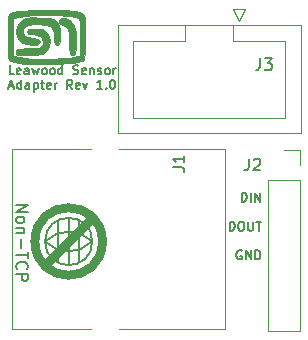
<source format=gbr>
%TF.GenerationSoftware,KiCad,Pcbnew,8.0.1*%
%TF.CreationDate,2024-05-12T19:39:20+02:00*%
%TF.ProjectId,lsx-1,6c73782d-312e-46b6-9963-61645f706362,1.0*%
%TF.SameCoordinates,Original*%
%TF.FileFunction,Legend,Top*%
%TF.FilePolarity,Positive*%
%FSLAX46Y46*%
G04 Gerber Fmt 4.6, Leading zero omitted, Abs format (unit mm)*
G04 Created by KiCad (PCBNEW 8.0.1) date 2024-05-12 19:39:20*
%MOMM*%
%LPD*%
G01*
G04 APERTURE LIST*
%ADD10C,0.127000*%
%ADD11C,0.150000*%
%ADD12C,0.120000*%
%ADD13C,0.100000*%
%ADD14C,0.750000*%
G04 APERTURE END LIST*
D10*
X96218733Y-64792233D02*
X96218733Y-64030233D01*
X96218733Y-64030233D02*
X96400162Y-64030233D01*
X96400162Y-64030233D02*
X96509019Y-64066519D01*
X96509019Y-64066519D02*
X96581590Y-64139090D01*
X96581590Y-64139090D02*
X96617876Y-64211662D01*
X96617876Y-64211662D02*
X96654162Y-64356805D01*
X96654162Y-64356805D02*
X96654162Y-64465662D01*
X96654162Y-64465662D02*
X96617876Y-64610805D01*
X96617876Y-64610805D02*
X96581590Y-64683376D01*
X96581590Y-64683376D02*
X96509019Y-64755948D01*
X96509019Y-64755948D02*
X96400162Y-64792233D01*
X96400162Y-64792233D02*
X96218733Y-64792233D01*
X96980733Y-64792233D02*
X96980733Y-64030233D01*
X97343590Y-64792233D02*
X97343590Y-64030233D01*
X97343590Y-64030233D02*
X97779019Y-64792233D01*
X97779019Y-64792233D02*
X97779019Y-64030233D01*
X95202733Y-67245787D02*
X95202733Y-66483787D01*
X95202733Y-66483787D02*
X95384162Y-66483787D01*
X95384162Y-66483787D02*
X95493019Y-66520073D01*
X95493019Y-66520073D02*
X95565590Y-66592644D01*
X95565590Y-66592644D02*
X95601876Y-66665216D01*
X95601876Y-66665216D02*
X95638162Y-66810359D01*
X95638162Y-66810359D02*
X95638162Y-66919216D01*
X95638162Y-66919216D02*
X95601876Y-67064359D01*
X95601876Y-67064359D02*
X95565590Y-67136930D01*
X95565590Y-67136930D02*
X95493019Y-67209502D01*
X95493019Y-67209502D02*
X95384162Y-67245787D01*
X95384162Y-67245787D02*
X95202733Y-67245787D01*
X96109876Y-66483787D02*
X96255019Y-66483787D01*
X96255019Y-66483787D02*
X96327590Y-66520073D01*
X96327590Y-66520073D02*
X96400162Y-66592644D01*
X96400162Y-66592644D02*
X96436447Y-66737787D01*
X96436447Y-66737787D02*
X96436447Y-66991787D01*
X96436447Y-66991787D02*
X96400162Y-67136930D01*
X96400162Y-67136930D02*
X96327590Y-67209502D01*
X96327590Y-67209502D02*
X96255019Y-67245787D01*
X96255019Y-67245787D02*
X96109876Y-67245787D01*
X96109876Y-67245787D02*
X96037305Y-67209502D01*
X96037305Y-67209502D02*
X95964733Y-67136930D01*
X95964733Y-67136930D02*
X95928447Y-66991787D01*
X95928447Y-66991787D02*
X95928447Y-66737787D01*
X95928447Y-66737787D02*
X95964733Y-66592644D01*
X95964733Y-66592644D02*
X96037305Y-66520073D01*
X96037305Y-66520073D02*
X96109876Y-66483787D01*
X96763019Y-66483787D02*
X96763019Y-67100644D01*
X96763019Y-67100644D02*
X96799305Y-67173216D01*
X96799305Y-67173216D02*
X96835591Y-67209502D01*
X96835591Y-67209502D02*
X96908162Y-67245787D01*
X96908162Y-67245787D02*
X97053305Y-67245787D01*
X97053305Y-67245787D02*
X97125876Y-67209502D01*
X97125876Y-67209502D02*
X97162162Y-67173216D01*
X97162162Y-67173216D02*
X97198448Y-67100644D01*
X97198448Y-67100644D02*
X97198448Y-66483787D01*
X97452448Y-66483787D02*
X97887877Y-66483787D01*
X97670162Y-67245787D02*
X97670162Y-66483787D01*
X96218733Y-68973627D02*
X96146162Y-68937341D01*
X96146162Y-68937341D02*
X96037304Y-68937341D01*
X96037304Y-68937341D02*
X95928447Y-68973627D01*
X95928447Y-68973627D02*
X95855876Y-69046198D01*
X95855876Y-69046198D02*
X95819590Y-69118770D01*
X95819590Y-69118770D02*
X95783304Y-69263913D01*
X95783304Y-69263913D02*
X95783304Y-69372770D01*
X95783304Y-69372770D02*
X95819590Y-69517913D01*
X95819590Y-69517913D02*
X95855876Y-69590484D01*
X95855876Y-69590484D02*
X95928447Y-69663056D01*
X95928447Y-69663056D02*
X96037304Y-69699341D01*
X96037304Y-69699341D02*
X96109876Y-69699341D01*
X96109876Y-69699341D02*
X96218733Y-69663056D01*
X96218733Y-69663056D02*
X96255019Y-69626770D01*
X96255019Y-69626770D02*
X96255019Y-69372770D01*
X96255019Y-69372770D02*
X96109876Y-69372770D01*
X96581590Y-69699341D02*
X96581590Y-68937341D01*
X96581590Y-68937341D02*
X97017019Y-69699341D01*
X97017019Y-69699341D02*
X97017019Y-68937341D01*
X97379876Y-69699341D02*
X97379876Y-68937341D01*
X97379876Y-68937341D02*
X97561305Y-68937341D01*
X97561305Y-68937341D02*
X97670162Y-68973627D01*
X97670162Y-68973627D02*
X97742733Y-69046198D01*
X97742733Y-69046198D02*
X97779019Y-69118770D01*
X97779019Y-69118770D02*
X97815305Y-69263913D01*
X97815305Y-69263913D02*
X97815305Y-69372770D01*
X97815305Y-69372770D02*
X97779019Y-69517913D01*
X97779019Y-69517913D02*
X97742733Y-69590484D01*
X97742733Y-69590484D02*
X97670162Y-69663056D01*
X97670162Y-69663056D02*
X97561305Y-69699341D01*
X97561305Y-69699341D02*
X97379876Y-69699341D01*
X76954837Y-54019964D02*
X76591980Y-54019964D01*
X76591980Y-54019964D02*
X76591980Y-53257964D01*
X77499123Y-53983679D02*
X77426551Y-54019964D01*
X77426551Y-54019964D02*
X77281409Y-54019964D01*
X77281409Y-54019964D02*
X77208837Y-53983679D01*
X77208837Y-53983679D02*
X77172551Y-53911107D01*
X77172551Y-53911107D02*
X77172551Y-53620821D01*
X77172551Y-53620821D02*
X77208837Y-53548250D01*
X77208837Y-53548250D02*
X77281409Y-53511964D01*
X77281409Y-53511964D02*
X77426551Y-53511964D01*
X77426551Y-53511964D02*
X77499123Y-53548250D01*
X77499123Y-53548250D02*
X77535409Y-53620821D01*
X77535409Y-53620821D02*
X77535409Y-53693393D01*
X77535409Y-53693393D02*
X77172551Y-53765964D01*
X78188552Y-54019964D02*
X78188552Y-53620821D01*
X78188552Y-53620821D02*
X78152266Y-53548250D01*
X78152266Y-53548250D02*
X78079694Y-53511964D01*
X78079694Y-53511964D02*
X77934552Y-53511964D01*
X77934552Y-53511964D02*
X77861980Y-53548250D01*
X78188552Y-53983679D02*
X78115980Y-54019964D01*
X78115980Y-54019964D02*
X77934552Y-54019964D01*
X77934552Y-54019964D02*
X77861980Y-53983679D01*
X77861980Y-53983679D02*
X77825694Y-53911107D01*
X77825694Y-53911107D02*
X77825694Y-53838536D01*
X77825694Y-53838536D02*
X77861980Y-53765964D01*
X77861980Y-53765964D02*
X77934552Y-53729679D01*
X77934552Y-53729679D02*
X78115980Y-53729679D01*
X78115980Y-53729679D02*
X78188552Y-53693393D01*
X78478838Y-53511964D02*
X78623981Y-54019964D01*
X78623981Y-54019964D02*
X78769123Y-53657107D01*
X78769123Y-53657107D02*
X78914266Y-54019964D01*
X78914266Y-54019964D02*
X79059409Y-53511964D01*
X79458552Y-54019964D02*
X79385981Y-53983679D01*
X79385981Y-53983679D02*
X79349695Y-53947393D01*
X79349695Y-53947393D02*
X79313409Y-53874821D01*
X79313409Y-53874821D02*
X79313409Y-53657107D01*
X79313409Y-53657107D02*
X79349695Y-53584536D01*
X79349695Y-53584536D02*
X79385981Y-53548250D01*
X79385981Y-53548250D02*
X79458552Y-53511964D01*
X79458552Y-53511964D02*
X79567409Y-53511964D01*
X79567409Y-53511964D02*
X79639981Y-53548250D01*
X79639981Y-53548250D02*
X79676267Y-53584536D01*
X79676267Y-53584536D02*
X79712552Y-53657107D01*
X79712552Y-53657107D02*
X79712552Y-53874821D01*
X79712552Y-53874821D02*
X79676267Y-53947393D01*
X79676267Y-53947393D02*
X79639981Y-53983679D01*
X79639981Y-53983679D02*
X79567409Y-54019964D01*
X79567409Y-54019964D02*
X79458552Y-54019964D01*
X80147981Y-54019964D02*
X80075410Y-53983679D01*
X80075410Y-53983679D02*
X80039124Y-53947393D01*
X80039124Y-53947393D02*
X80002838Y-53874821D01*
X80002838Y-53874821D02*
X80002838Y-53657107D01*
X80002838Y-53657107D02*
X80039124Y-53584536D01*
X80039124Y-53584536D02*
X80075410Y-53548250D01*
X80075410Y-53548250D02*
X80147981Y-53511964D01*
X80147981Y-53511964D02*
X80256838Y-53511964D01*
X80256838Y-53511964D02*
X80329410Y-53548250D01*
X80329410Y-53548250D02*
X80365696Y-53584536D01*
X80365696Y-53584536D02*
X80401981Y-53657107D01*
X80401981Y-53657107D02*
X80401981Y-53874821D01*
X80401981Y-53874821D02*
X80365696Y-53947393D01*
X80365696Y-53947393D02*
X80329410Y-53983679D01*
X80329410Y-53983679D02*
X80256838Y-54019964D01*
X80256838Y-54019964D02*
X80147981Y-54019964D01*
X81055125Y-54019964D02*
X81055125Y-53257964D01*
X81055125Y-53983679D02*
X80982553Y-54019964D01*
X80982553Y-54019964D02*
X80837410Y-54019964D01*
X80837410Y-54019964D02*
X80764839Y-53983679D01*
X80764839Y-53983679D02*
X80728553Y-53947393D01*
X80728553Y-53947393D02*
X80692267Y-53874821D01*
X80692267Y-53874821D02*
X80692267Y-53657107D01*
X80692267Y-53657107D02*
X80728553Y-53584536D01*
X80728553Y-53584536D02*
X80764839Y-53548250D01*
X80764839Y-53548250D02*
X80837410Y-53511964D01*
X80837410Y-53511964D02*
X80982553Y-53511964D01*
X80982553Y-53511964D02*
X81055125Y-53548250D01*
X81962267Y-53983679D02*
X82071125Y-54019964D01*
X82071125Y-54019964D02*
X82252553Y-54019964D01*
X82252553Y-54019964D02*
X82325125Y-53983679D01*
X82325125Y-53983679D02*
X82361410Y-53947393D01*
X82361410Y-53947393D02*
X82397696Y-53874821D01*
X82397696Y-53874821D02*
X82397696Y-53802250D01*
X82397696Y-53802250D02*
X82361410Y-53729679D01*
X82361410Y-53729679D02*
X82325125Y-53693393D01*
X82325125Y-53693393D02*
X82252553Y-53657107D01*
X82252553Y-53657107D02*
X82107410Y-53620821D01*
X82107410Y-53620821D02*
X82034839Y-53584536D01*
X82034839Y-53584536D02*
X81998553Y-53548250D01*
X81998553Y-53548250D02*
X81962267Y-53475679D01*
X81962267Y-53475679D02*
X81962267Y-53403107D01*
X81962267Y-53403107D02*
X81998553Y-53330536D01*
X81998553Y-53330536D02*
X82034839Y-53294250D01*
X82034839Y-53294250D02*
X82107410Y-53257964D01*
X82107410Y-53257964D02*
X82288839Y-53257964D01*
X82288839Y-53257964D02*
X82397696Y-53294250D01*
X83014553Y-53983679D02*
X82941981Y-54019964D01*
X82941981Y-54019964D02*
X82796839Y-54019964D01*
X82796839Y-54019964D02*
X82724267Y-53983679D01*
X82724267Y-53983679D02*
X82687981Y-53911107D01*
X82687981Y-53911107D02*
X82687981Y-53620821D01*
X82687981Y-53620821D02*
X82724267Y-53548250D01*
X82724267Y-53548250D02*
X82796839Y-53511964D01*
X82796839Y-53511964D02*
X82941981Y-53511964D01*
X82941981Y-53511964D02*
X83014553Y-53548250D01*
X83014553Y-53548250D02*
X83050839Y-53620821D01*
X83050839Y-53620821D02*
X83050839Y-53693393D01*
X83050839Y-53693393D02*
X82687981Y-53765964D01*
X83377410Y-53511964D02*
X83377410Y-54019964D01*
X83377410Y-53584536D02*
X83413696Y-53548250D01*
X83413696Y-53548250D02*
X83486267Y-53511964D01*
X83486267Y-53511964D02*
X83595124Y-53511964D01*
X83595124Y-53511964D02*
X83667696Y-53548250D01*
X83667696Y-53548250D02*
X83703982Y-53620821D01*
X83703982Y-53620821D02*
X83703982Y-54019964D01*
X84030553Y-53983679D02*
X84103125Y-54019964D01*
X84103125Y-54019964D02*
X84248268Y-54019964D01*
X84248268Y-54019964D02*
X84320839Y-53983679D01*
X84320839Y-53983679D02*
X84357125Y-53911107D01*
X84357125Y-53911107D02*
X84357125Y-53874821D01*
X84357125Y-53874821D02*
X84320839Y-53802250D01*
X84320839Y-53802250D02*
X84248268Y-53765964D01*
X84248268Y-53765964D02*
X84139411Y-53765964D01*
X84139411Y-53765964D02*
X84066839Y-53729679D01*
X84066839Y-53729679D02*
X84030553Y-53657107D01*
X84030553Y-53657107D02*
X84030553Y-53620821D01*
X84030553Y-53620821D02*
X84066839Y-53548250D01*
X84066839Y-53548250D02*
X84139411Y-53511964D01*
X84139411Y-53511964D02*
X84248268Y-53511964D01*
X84248268Y-53511964D02*
X84320839Y-53548250D01*
X84792553Y-54019964D02*
X84719982Y-53983679D01*
X84719982Y-53983679D02*
X84683696Y-53947393D01*
X84683696Y-53947393D02*
X84647410Y-53874821D01*
X84647410Y-53874821D02*
X84647410Y-53657107D01*
X84647410Y-53657107D02*
X84683696Y-53584536D01*
X84683696Y-53584536D02*
X84719982Y-53548250D01*
X84719982Y-53548250D02*
X84792553Y-53511964D01*
X84792553Y-53511964D02*
X84901410Y-53511964D01*
X84901410Y-53511964D02*
X84973982Y-53548250D01*
X84973982Y-53548250D02*
X85010268Y-53584536D01*
X85010268Y-53584536D02*
X85046553Y-53657107D01*
X85046553Y-53657107D02*
X85046553Y-53874821D01*
X85046553Y-53874821D02*
X85010268Y-53947393D01*
X85010268Y-53947393D02*
X84973982Y-53983679D01*
X84973982Y-53983679D02*
X84901410Y-54019964D01*
X84901410Y-54019964D02*
X84792553Y-54019964D01*
X85373125Y-54019964D02*
X85373125Y-53511964D01*
X85373125Y-53657107D02*
X85409411Y-53584536D01*
X85409411Y-53584536D02*
X85445697Y-53548250D01*
X85445697Y-53548250D02*
X85518268Y-53511964D01*
X85518268Y-53511964D02*
X85590839Y-53511964D01*
X76555694Y-55029027D02*
X76918552Y-55029027D01*
X76483123Y-55246741D02*
X76737123Y-54484741D01*
X76737123Y-54484741D02*
X76991123Y-55246741D01*
X77571695Y-55246741D02*
X77571695Y-54484741D01*
X77571695Y-55210456D02*
X77499123Y-55246741D01*
X77499123Y-55246741D02*
X77353980Y-55246741D01*
X77353980Y-55246741D02*
X77281409Y-55210456D01*
X77281409Y-55210456D02*
X77245123Y-55174170D01*
X77245123Y-55174170D02*
X77208837Y-55101598D01*
X77208837Y-55101598D02*
X77208837Y-54883884D01*
X77208837Y-54883884D02*
X77245123Y-54811313D01*
X77245123Y-54811313D02*
X77281409Y-54775027D01*
X77281409Y-54775027D02*
X77353980Y-54738741D01*
X77353980Y-54738741D02*
X77499123Y-54738741D01*
X77499123Y-54738741D02*
X77571695Y-54775027D01*
X78261124Y-55246741D02*
X78261124Y-54847598D01*
X78261124Y-54847598D02*
X78224838Y-54775027D01*
X78224838Y-54775027D02*
X78152266Y-54738741D01*
X78152266Y-54738741D02*
X78007124Y-54738741D01*
X78007124Y-54738741D02*
X77934552Y-54775027D01*
X78261124Y-55210456D02*
X78188552Y-55246741D01*
X78188552Y-55246741D02*
X78007124Y-55246741D01*
X78007124Y-55246741D02*
X77934552Y-55210456D01*
X77934552Y-55210456D02*
X77898266Y-55137884D01*
X77898266Y-55137884D02*
X77898266Y-55065313D01*
X77898266Y-55065313D02*
X77934552Y-54992741D01*
X77934552Y-54992741D02*
X78007124Y-54956456D01*
X78007124Y-54956456D02*
X78188552Y-54956456D01*
X78188552Y-54956456D02*
X78261124Y-54920170D01*
X78623981Y-54738741D02*
X78623981Y-55500741D01*
X78623981Y-54775027D02*
X78696553Y-54738741D01*
X78696553Y-54738741D02*
X78841695Y-54738741D01*
X78841695Y-54738741D02*
X78914267Y-54775027D01*
X78914267Y-54775027D02*
X78950553Y-54811313D01*
X78950553Y-54811313D02*
X78986838Y-54883884D01*
X78986838Y-54883884D02*
X78986838Y-55101598D01*
X78986838Y-55101598D02*
X78950553Y-55174170D01*
X78950553Y-55174170D02*
X78914267Y-55210456D01*
X78914267Y-55210456D02*
X78841695Y-55246741D01*
X78841695Y-55246741D02*
X78696553Y-55246741D01*
X78696553Y-55246741D02*
X78623981Y-55210456D01*
X79204553Y-54738741D02*
X79494839Y-54738741D01*
X79313410Y-54484741D02*
X79313410Y-55137884D01*
X79313410Y-55137884D02*
X79349696Y-55210456D01*
X79349696Y-55210456D02*
X79422267Y-55246741D01*
X79422267Y-55246741D02*
X79494839Y-55246741D01*
X80039125Y-55210456D02*
X79966553Y-55246741D01*
X79966553Y-55246741D02*
X79821411Y-55246741D01*
X79821411Y-55246741D02*
X79748839Y-55210456D01*
X79748839Y-55210456D02*
X79712553Y-55137884D01*
X79712553Y-55137884D02*
X79712553Y-54847598D01*
X79712553Y-54847598D02*
X79748839Y-54775027D01*
X79748839Y-54775027D02*
X79821411Y-54738741D01*
X79821411Y-54738741D02*
X79966553Y-54738741D01*
X79966553Y-54738741D02*
X80039125Y-54775027D01*
X80039125Y-54775027D02*
X80075411Y-54847598D01*
X80075411Y-54847598D02*
X80075411Y-54920170D01*
X80075411Y-54920170D02*
X79712553Y-54992741D01*
X80401982Y-55246741D02*
X80401982Y-54738741D01*
X80401982Y-54883884D02*
X80438268Y-54811313D01*
X80438268Y-54811313D02*
X80474554Y-54775027D01*
X80474554Y-54775027D02*
X80547125Y-54738741D01*
X80547125Y-54738741D02*
X80619696Y-54738741D01*
X81889696Y-55246741D02*
X81635696Y-54883884D01*
X81454267Y-55246741D02*
X81454267Y-54484741D01*
X81454267Y-54484741D02*
X81744553Y-54484741D01*
X81744553Y-54484741D02*
X81817124Y-54521027D01*
X81817124Y-54521027D02*
X81853410Y-54557313D01*
X81853410Y-54557313D02*
X81889696Y-54629884D01*
X81889696Y-54629884D02*
X81889696Y-54738741D01*
X81889696Y-54738741D02*
X81853410Y-54811313D01*
X81853410Y-54811313D02*
X81817124Y-54847598D01*
X81817124Y-54847598D02*
X81744553Y-54883884D01*
X81744553Y-54883884D02*
X81454267Y-54883884D01*
X82506553Y-55210456D02*
X82433981Y-55246741D01*
X82433981Y-55246741D02*
X82288839Y-55246741D01*
X82288839Y-55246741D02*
X82216267Y-55210456D01*
X82216267Y-55210456D02*
X82179981Y-55137884D01*
X82179981Y-55137884D02*
X82179981Y-54847598D01*
X82179981Y-54847598D02*
X82216267Y-54775027D01*
X82216267Y-54775027D02*
X82288839Y-54738741D01*
X82288839Y-54738741D02*
X82433981Y-54738741D01*
X82433981Y-54738741D02*
X82506553Y-54775027D01*
X82506553Y-54775027D02*
X82542839Y-54847598D01*
X82542839Y-54847598D02*
X82542839Y-54920170D01*
X82542839Y-54920170D02*
X82179981Y-54992741D01*
X82796839Y-54738741D02*
X82978267Y-55246741D01*
X82978267Y-55246741D02*
X83159696Y-54738741D01*
X84429695Y-55246741D02*
X83994266Y-55246741D01*
X84211981Y-55246741D02*
X84211981Y-54484741D01*
X84211981Y-54484741D02*
X84139409Y-54593598D01*
X84139409Y-54593598D02*
X84066838Y-54666170D01*
X84066838Y-54666170D02*
X83994266Y-54702456D01*
X84756266Y-55174170D02*
X84792552Y-55210456D01*
X84792552Y-55210456D02*
X84756266Y-55246741D01*
X84756266Y-55246741D02*
X84719980Y-55210456D01*
X84719980Y-55210456D02*
X84756266Y-55174170D01*
X84756266Y-55174170D02*
X84756266Y-55246741D01*
X85264266Y-54484741D02*
X85336837Y-54484741D01*
X85336837Y-54484741D02*
X85409409Y-54521027D01*
X85409409Y-54521027D02*
X85445695Y-54557313D01*
X85445695Y-54557313D02*
X85481980Y-54629884D01*
X85481980Y-54629884D02*
X85518266Y-54775027D01*
X85518266Y-54775027D02*
X85518266Y-54956456D01*
X85518266Y-54956456D02*
X85481980Y-55101598D01*
X85481980Y-55101598D02*
X85445695Y-55174170D01*
X85445695Y-55174170D02*
X85409409Y-55210456D01*
X85409409Y-55210456D02*
X85336837Y-55246741D01*
X85336837Y-55246741D02*
X85264266Y-55246741D01*
X85264266Y-55246741D02*
X85191695Y-55210456D01*
X85191695Y-55210456D02*
X85155409Y-55174170D01*
X85155409Y-55174170D02*
X85119123Y-55101598D01*
X85119123Y-55101598D02*
X85082837Y-54956456D01*
X85082837Y-54956456D02*
X85082837Y-54775027D01*
X85082837Y-54775027D02*
X85119123Y-54629884D01*
X85119123Y-54629884D02*
X85155409Y-54557313D01*
X85155409Y-54557313D02*
X85191695Y-54521027D01*
X85191695Y-54521027D02*
X85264266Y-54484741D01*
X90393066Y-61899800D02*
X91100637Y-61899800D01*
X91100637Y-61899800D02*
X91242152Y-61946971D01*
X91242152Y-61946971D02*
X91336495Y-62041314D01*
X91336495Y-62041314D02*
X91383666Y-62182828D01*
X91383666Y-62182828D02*
X91383666Y-62277171D01*
X91383666Y-60909200D02*
X91383666Y-61475257D01*
X91383666Y-61192228D02*
X90393066Y-61192228D01*
X90393066Y-61192228D02*
X90534580Y-61286571D01*
X90534580Y-61286571D02*
X90628923Y-61380914D01*
X90628923Y-61380914D02*
X90676095Y-61475257D01*
D11*
X77142980Y-65081379D02*
X78142980Y-65081379D01*
X78142980Y-65081379D02*
X77142980Y-65652807D01*
X77142980Y-65652807D02*
X78142980Y-65652807D01*
X77142980Y-66271855D02*
X77190600Y-66176617D01*
X77190600Y-66176617D02*
X77238219Y-66128998D01*
X77238219Y-66128998D02*
X77333457Y-66081379D01*
X77333457Y-66081379D02*
X77619171Y-66081379D01*
X77619171Y-66081379D02*
X77714409Y-66128998D01*
X77714409Y-66128998D02*
X77762028Y-66176617D01*
X77762028Y-66176617D02*
X77809647Y-66271855D01*
X77809647Y-66271855D02*
X77809647Y-66414712D01*
X77809647Y-66414712D02*
X77762028Y-66509950D01*
X77762028Y-66509950D02*
X77714409Y-66557569D01*
X77714409Y-66557569D02*
X77619171Y-66605188D01*
X77619171Y-66605188D02*
X77333457Y-66605188D01*
X77333457Y-66605188D02*
X77238219Y-66557569D01*
X77238219Y-66557569D02*
X77190600Y-66509950D01*
X77190600Y-66509950D02*
X77142980Y-66414712D01*
X77142980Y-66414712D02*
X77142980Y-66271855D01*
X77809647Y-67033760D02*
X77142980Y-67033760D01*
X77714409Y-67033760D02*
X77762028Y-67081379D01*
X77762028Y-67081379D02*
X77809647Y-67176617D01*
X77809647Y-67176617D02*
X77809647Y-67319474D01*
X77809647Y-67319474D02*
X77762028Y-67414712D01*
X77762028Y-67414712D02*
X77666790Y-67462331D01*
X77666790Y-67462331D02*
X77142980Y-67462331D01*
X77523933Y-67938522D02*
X77523933Y-68700427D01*
X78142980Y-69033760D02*
X78142980Y-69605188D01*
X77142980Y-69319474D02*
X78142980Y-69319474D01*
X77238219Y-70509950D02*
X77190600Y-70462331D01*
X77190600Y-70462331D02*
X77142980Y-70319474D01*
X77142980Y-70319474D02*
X77142980Y-70224236D01*
X77142980Y-70224236D02*
X77190600Y-70081379D01*
X77190600Y-70081379D02*
X77285838Y-69986141D01*
X77285838Y-69986141D02*
X77381076Y-69938522D01*
X77381076Y-69938522D02*
X77571552Y-69890903D01*
X77571552Y-69890903D02*
X77714409Y-69890903D01*
X77714409Y-69890903D02*
X77904885Y-69938522D01*
X77904885Y-69938522D02*
X78000123Y-69986141D01*
X78000123Y-69986141D02*
X78095361Y-70081379D01*
X78095361Y-70081379D02*
X78142980Y-70224236D01*
X78142980Y-70224236D02*
X78142980Y-70319474D01*
X78142980Y-70319474D02*
X78095361Y-70462331D01*
X78095361Y-70462331D02*
X78047742Y-70509950D01*
X77142980Y-70938522D02*
X78142980Y-70938522D01*
X78142980Y-70938522D02*
X78142980Y-71319474D01*
X78142980Y-71319474D02*
X78095361Y-71414712D01*
X78095361Y-71414712D02*
X78047742Y-71462331D01*
X78047742Y-71462331D02*
X77952504Y-71509950D01*
X77952504Y-71509950D02*
X77809647Y-71509950D01*
X77809647Y-71509950D02*
X77714409Y-71462331D01*
X77714409Y-71462331D02*
X77666790Y-71414712D01*
X77666790Y-71414712D02*
X77619171Y-71319474D01*
X77619171Y-71319474D02*
X77619171Y-70938522D01*
X96821666Y-61151419D02*
X96821666Y-61865704D01*
X96821666Y-61865704D02*
X96774047Y-62008561D01*
X96774047Y-62008561D02*
X96678809Y-62103800D01*
X96678809Y-62103800D02*
X96535952Y-62151419D01*
X96535952Y-62151419D02*
X96440714Y-62151419D01*
X97250238Y-61246657D02*
X97297857Y-61199038D01*
X97297857Y-61199038D02*
X97393095Y-61151419D01*
X97393095Y-61151419D02*
X97631190Y-61151419D01*
X97631190Y-61151419D02*
X97726428Y-61199038D01*
X97726428Y-61199038D02*
X97774047Y-61246657D01*
X97774047Y-61246657D02*
X97821666Y-61341895D01*
X97821666Y-61341895D02*
X97821666Y-61437133D01*
X97821666Y-61437133D02*
X97774047Y-61579990D01*
X97774047Y-61579990D02*
X97202619Y-62151419D01*
X97202619Y-62151419D02*
X97821666Y-62151419D01*
X97786866Y-52667819D02*
X97786866Y-53382104D01*
X97786866Y-53382104D02*
X97739247Y-53524961D01*
X97739247Y-53524961D02*
X97644009Y-53620200D01*
X97644009Y-53620200D02*
X97501152Y-53667819D01*
X97501152Y-53667819D02*
X97405914Y-53667819D01*
X98167819Y-52667819D02*
X98786866Y-52667819D01*
X98786866Y-52667819D02*
X98453533Y-53048771D01*
X98453533Y-53048771D02*
X98596390Y-53048771D01*
X98596390Y-53048771D02*
X98691628Y-53096390D01*
X98691628Y-53096390D02*
X98739247Y-53144009D01*
X98739247Y-53144009D02*
X98786866Y-53239247D01*
X98786866Y-53239247D02*
X98786866Y-53477342D01*
X98786866Y-53477342D02*
X98739247Y-53572580D01*
X98739247Y-53572580D02*
X98691628Y-53620200D01*
X98691628Y-53620200D02*
X98596390Y-53667819D01*
X98596390Y-53667819D02*
X98310676Y-53667819D01*
X98310676Y-53667819D02*
X98215438Y-53620200D01*
X98215438Y-53620200D02*
X98167819Y-53572580D01*
D12*
%TO.C,J1*%
X76780000Y-60345000D02*
X76780000Y-75585000D01*
X83480000Y-75575000D02*
X76780000Y-75585000D01*
X83490000Y-60345000D02*
X76780000Y-60345000D01*
X94810000Y-60345000D02*
X85810000Y-60345000D01*
X94810000Y-75585000D02*
X85820000Y-75575000D01*
X94810000Y-75585000D02*
X94810000Y-60345000D01*
D13*
%TO.C,Lg1*%
X81230153Y-49255724D02*
X81498052Y-49350448D01*
X81761962Y-49530604D01*
X81815956Y-49581498D01*
X81967238Y-49758228D01*
X82073894Y-49958040D01*
X82143195Y-50213429D01*
X82182415Y-50556892D01*
X82198827Y-51020925D01*
X82200746Y-51300642D01*
X82180816Y-51823400D01*
X82120017Y-52186312D01*
X82018972Y-52388089D01*
X81878302Y-52427446D01*
X81710611Y-52315309D01*
X81657360Y-52169731D01*
X81623364Y-51863125D01*
X81609354Y-51402780D01*
X81609011Y-51303293D01*
X81600442Y-50905978D01*
X81577308Y-50553650D01*
X81543468Y-50292120D01*
X81514919Y-50186367D01*
X81371353Y-50016897D01*
X81137006Y-49869808D01*
X81091586Y-49850527D01*
X80870516Y-49740029D01*
X80775685Y-49614215D01*
X80762345Y-49508928D01*
X80826317Y-49332486D01*
X80994247Y-49248910D01*
X81230153Y-49255724D01*
G36*
X81230153Y-49255724D02*
G01*
X81498052Y-49350448D01*
X81761962Y-49530604D01*
X81815956Y-49581498D01*
X81967238Y-49758228D01*
X82073894Y-49958040D01*
X82143195Y-50213429D01*
X82182415Y-50556892D01*
X82198827Y-51020925D01*
X82200746Y-51300642D01*
X82180816Y-51823400D01*
X82120017Y-52186312D01*
X82018972Y-52388089D01*
X81878302Y-52427446D01*
X81710611Y-52315309D01*
X81657360Y-52169731D01*
X81623364Y-51863125D01*
X81609354Y-51402780D01*
X81609011Y-51303293D01*
X81600442Y-50905978D01*
X81577308Y-50553650D01*
X81543468Y-50292120D01*
X81514919Y-50186367D01*
X81371353Y-50016897D01*
X81137006Y-49869808D01*
X81091586Y-49850527D01*
X80870516Y-49740029D01*
X80775685Y-49614215D01*
X80762345Y-49508928D01*
X80826317Y-49332486D01*
X80994247Y-49248910D01*
X81230153Y-49255724D01*
G37*
X79061958Y-50150087D02*
X79361658Y-50214488D01*
X79455957Y-50257029D01*
X79752620Y-50501337D01*
X79935841Y-50832280D01*
X80004348Y-51209639D01*
X79956867Y-51593193D01*
X79792125Y-51942724D01*
X79517839Y-52212054D01*
X79376581Y-52285411D01*
X79188245Y-52335348D01*
X78917393Y-52367121D01*
X78528589Y-52385985D01*
X78307011Y-52391636D01*
X77910617Y-52395934D01*
X77572325Y-52391972D01*
X77330548Y-52380693D01*
X77227511Y-52365196D01*
X77138649Y-52248128D01*
X77130562Y-52070003D01*
X77198372Y-51915839D01*
X77255603Y-51875634D01*
X77394405Y-51853621D01*
X77658477Y-51836320D01*
X78003771Y-51826056D01*
X78229269Y-51824243D01*
X78710813Y-51808672D01*
X79047349Y-51754724D01*
X79260950Y-51651542D01*
X79373691Y-51488271D01*
X79407645Y-51254054D01*
X79407678Y-51244698D01*
X79341180Y-50980735D01*
X79136536Y-50793887D01*
X78786020Y-50678563D01*
X78584602Y-50649147D01*
X78309039Y-50613306D01*
X78162371Y-50567299D01*
X78104551Y-50489498D01*
X78095345Y-50384909D01*
X78106309Y-50270511D01*
X78164642Y-50204198D01*
X78308502Y-50169409D01*
X78576047Y-50149584D01*
X78645678Y-50146060D01*
X79061958Y-50150087D01*
G36*
X79061958Y-50150087D02*
G01*
X79361658Y-50214488D01*
X79455957Y-50257029D01*
X79752620Y-50501337D01*
X79935841Y-50832280D01*
X80004348Y-51209639D01*
X79956867Y-51593193D01*
X79792125Y-51942724D01*
X79517839Y-52212054D01*
X79376581Y-52285411D01*
X79188245Y-52335348D01*
X78917393Y-52367121D01*
X78528589Y-52385985D01*
X78307011Y-52391636D01*
X77910617Y-52395934D01*
X77572325Y-52391972D01*
X77330548Y-52380693D01*
X77227511Y-52365196D01*
X77138649Y-52248128D01*
X77130562Y-52070003D01*
X77198372Y-51915839D01*
X77255603Y-51875634D01*
X77394405Y-51853621D01*
X77658477Y-51836320D01*
X78003771Y-51826056D01*
X78229269Y-51824243D01*
X78710813Y-51808672D01*
X79047349Y-51754724D01*
X79260950Y-51651542D01*
X79373691Y-51488271D01*
X79407645Y-51254054D01*
X79407678Y-51244698D01*
X79341180Y-50980735D01*
X79136536Y-50793887D01*
X78786020Y-50678563D01*
X78584602Y-50649147D01*
X78309039Y-50613306D01*
X78162371Y-50567299D01*
X78104551Y-50489498D01*
X78095345Y-50384909D01*
X78106309Y-50270511D01*
X78164642Y-50204198D01*
X78308502Y-50169409D01*
X78576047Y-50149584D01*
X78645678Y-50146060D01*
X79061958Y-50150087D01*
G37*
X79100062Y-49211039D02*
X79135169Y-49212095D01*
X79628164Y-49234509D01*
X79986113Y-49275066D01*
X80243201Y-49345959D01*
X80433610Y-49459380D01*
X80591523Y-49627520D01*
X80689303Y-49766414D01*
X80769183Y-49966397D01*
X80824260Y-50257502D01*
X80853752Y-50595150D01*
X80856877Y-50934763D01*
X80832852Y-51231762D01*
X80780895Y-51441570D01*
X80720011Y-51516194D01*
X80527983Y-51546266D01*
X80407535Y-51449864D01*
X80348789Y-51213117D01*
X80339011Y-50981152D01*
X80303932Y-50485655D01*
X80196663Y-50136180D01*
X80014157Y-49924174D01*
X79949813Y-49888579D01*
X79772372Y-49845644D01*
X79477264Y-49812562D01*
X79116086Y-49794301D01*
X78949445Y-49792243D01*
X78557820Y-49797791D01*
X78293024Y-49819323D01*
X78112776Y-49864170D01*
X77974792Y-49939665D01*
X77937429Y-49967721D01*
X77758432Y-50196982D01*
X77720880Y-50460193D01*
X77828064Y-50707193D01*
X77884990Y-50767097D01*
X78107884Y-50881697D01*
X78457320Y-50952751D01*
X78541157Y-50960887D01*
X78905526Y-51017320D01*
X79106326Y-51114849D01*
X79144486Y-51254398D01*
X79020935Y-51436890D01*
X79020630Y-51437195D01*
X78823531Y-51535192D01*
X78500901Y-51552958D01*
X78040799Y-51491103D01*
X78024429Y-51487962D01*
X77644680Y-51341323D01*
X77366234Y-51089744D01*
X77193174Y-50766929D01*
X77129579Y-50406578D01*
X77179532Y-50042394D01*
X77347113Y-49708080D01*
X77636404Y-49437337D01*
X77767206Y-49363812D01*
X77950538Y-49284430D01*
X78133967Y-49234067D01*
X78359015Y-49208118D01*
X78667206Y-49201977D01*
X79100062Y-49211039D01*
G36*
X79100062Y-49211039D02*
G01*
X79135169Y-49212095D01*
X79628164Y-49234509D01*
X79986113Y-49275066D01*
X80243201Y-49345959D01*
X80433610Y-49459380D01*
X80591523Y-49627520D01*
X80689303Y-49766414D01*
X80769183Y-49966397D01*
X80824260Y-50257502D01*
X80853752Y-50595150D01*
X80856877Y-50934763D01*
X80832852Y-51231762D01*
X80780895Y-51441570D01*
X80720011Y-51516194D01*
X80527983Y-51546266D01*
X80407535Y-51449864D01*
X80348789Y-51213117D01*
X80339011Y-50981152D01*
X80303932Y-50485655D01*
X80196663Y-50136180D01*
X80014157Y-49924174D01*
X79949813Y-49888579D01*
X79772372Y-49845644D01*
X79477264Y-49812562D01*
X79116086Y-49794301D01*
X78949445Y-49792243D01*
X78557820Y-49797791D01*
X78293024Y-49819323D01*
X78112776Y-49864170D01*
X77974792Y-49939665D01*
X77937429Y-49967721D01*
X77758432Y-50196982D01*
X77720880Y-50460193D01*
X77828064Y-50707193D01*
X77884990Y-50767097D01*
X78107884Y-50881697D01*
X78457320Y-50952751D01*
X78541157Y-50960887D01*
X78905526Y-51017320D01*
X79106326Y-51114849D01*
X79144486Y-51254398D01*
X79020935Y-51436890D01*
X79020630Y-51437195D01*
X78823531Y-51535192D01*
X78500901Y-51552958D01*
X78040799Y-51491103D01*
X78024429Y-51487962D01*
X77644680Y-51341323D01*
X77366234Y-51089744D01*
X77193174Y-50766929D01*
X77129579Y-50406578D01*
X77179532Y-50042394D01*
X77347113Y-49708080D01*
X77636404Y-49437337D01*
X77767206Y-49363812D01*
X77950538Y-49284430D01*
X78133967Y-49234067D01*
X78359015Y-49208118D01*
X78667206Y-49201977D01*
X79100062Y-49211039D01*
G37*
X80368574Y-48541193D02*
X80998512Y-48567825D01*
X81563569Y-48616589D01*
X81801871Y-48648026D01*
X82167336Y-48699666D01*
X82447440Y-48744595D01*
X82653444Y-48804090D01*
X82796607Y-48899425D01*
X82888190Y-49051875D01*
X82939453Y-49282714D01*
X82961655Y-49613218D01*
X82966056Y-50064661D01*
X82963916Y-50658319D01*
X82963678Y-50843188D01*
X82961710Y-51483460D01*
X82955043Y-51973696D01*
X82942534Y-52333157D01*
X82923039Y-52581104D01*
X82895413Y-52736797D01*
X82858513Y-52819495D01*
X82845509Y-52832913D01*
X82678274Y-52904385D01*
X82540345Y-52934717D01*
X82368953Y-52972409D01*
X81944791Y-53034280D01*
X81433034Y-53087294D01*
X80860927Y-53128747D01*
X80255717Y-53155935D01*
X79644647Y-53166153D01*
X79492345Y-53165726D01*
X79007347Y-53160503D01*
X78568567Y-53152444D01*
X78209832Y-53142426D01*
X77964970Y-53131323D01*
X77883678Y-53124059D01*
X77377106Y-53040479D01*
X76969317Y-52957951D01*
X76684140Y-52881875D01*
X76550178Y-52821917D01*
X76513143Y-52744092D01*
X76484984Y-52569033D01*
X76479158Y-52485669D01*
X76864077Y-52485669D01*
X77437377Y-52576441D01*
X77773291Y-52629171D01*
X78078102Y-52676245D01*
X78264678Y-52704334D01*
X78504847Y-52721982D01*
X78876203Y-52728404D01*
X79341061Y-52724860D01*
X79861735Y-52712607D01*
X80400540Y-52692903D01*
X80919790Y-52667004D01*
X81381800Y-52636169D01*
X81748884Y-52601655D01*
X81884178Y-52583549D01*
X82540345Y-52480991D01*
X82540345Y-50887614D01*
X82536289Y-50367152D01*
X82524928Y-49917575D01*
X82507473Y-49563908D01*
X82485131Y-49331180D01*
X82460953Y-49245169D01*
X82349505Y-49214335D01*
X82107230Y-49167862D01*
X81771171Y-49112338D01*
X81423786Y-49060728D01*
X80795318Y-48998779D01*
X80067729Y-48970488D01*
X79297815Y-48974740D01*
X78542370Y-49010422D01*
X77858192Y-49076419D01*
X77460345Y-49138480D01*
X76910011Y-49243102D01*
X76887044Y-50864386D01*
X76864077Y-52485669D01*
X76479158Y-52485669D01*
X76464876Y-52281318D01*
X76451995Y-51865527D01*
X76445515Y-51306239D01*
X76444345Y-50843188D01*
X76445296Y-50226842D01*
X76449255Y-49758407D01*
X76457878Y-49416467D01*
X76472822Y-49179605D01*
X76495744Y-49026403D01*
X76528300Y-48935446D01*
X76572146Y-48885316D01*
X76596990Y-48869840D01*
X76862878Y-48776422D01*
X77268439Y-48696418D01*
X77784451Y-48631073D01*
X78381693Y-48581632D01*
X79030942Y-48549342D01*
X79702976Y-48535447D01*
X80368574Y-48541193D01*
G36*
X80368574Y-48541193D02*
G01*
X80998512Y-48567825D01*
X81563569Y-48616589D01*
X81801871Y-48648026D01*
X82167336Y-48699666D01*
X82447440Y-48744595D01*
X82653444Y-48804090D01*
X82796607Y-48899425D01*
X82888190Y-49051875D01*
X82939453Y-49282714D01*
X82961655Y-49613218D01*
X82966056Y-50064661D01*
X82963916Y-50658319D01*
X82963678Y-50843188D01*
X82961710Y-51483460D01*
X82955043Y-51973696D01*
X82942534Y-52333157D01*
X82923039Y-52581104D01*
X82895413Y-52736797D01*
X82858513Y-52819495D01*
X82845509Y-52832913D01*
X82678274Y-52904385D01*
X82540345Y-52934717D01*
X82368953Y-52972409D01*
X81944791Y-53034280D01*
X81433034Y-53087294D01*
X80860927Y-53128747D01*
X80255717Y-53155935D01*
X79644647Y-53166153D01*
X79492345Y-53165726D01*
X79007347Y-53160503D01*
X78568567Y-53152444D01*
X78209832Y-53142426D01*
X77964970Y-53131323D01*
X77883678Y-53124059D01*
X77377106Y-53040479D01*
X76969317Y-52957951D01*
X76684140Y-52881875D01*
X76550178Y-52821917D01*
X76513143Y-52744092D01*
X76484984Y-52569033D01*
X76479158Y-52485669D01*
X76864077Y-52485669D01*
X77437377Y-52576441D01*
X77773291Y-52629171D01*
X78078102Y-52676245D01*
X78264678Y-52704334D01*
X78504847Y-52721982D01*
X78876203Y-52728404D01*
X79341061Y-52724860D01*
X79861735Y-52712607D01*
X80400540Y-52692903D01*
X80919790Y-52667004D01*
X81381800Y-52636169D01*
X81748884Y-52601655D01*
X81884178Y-52583549D01*
X82540345Y-52480991D01*
X82540345Y-50887614D01*
X82536289Y-50367152D01*
X82524928Y-49917575D01*
X82507473Y-49563908D01*
X82485131Y-49331180D01*
X82460953Y-49245169D01*
X82349505Y-49214335D01*
X82107230Y-49167862D01*
X81771171Y-49112338D01*
X81423786Y-49060728D01*
X80795318Y-48998779D01*
X80067729Y-48970488D01*
X79297815Y-48974740D01*
X78542370Y-49010422D01*
X77858192Y-49076419D01*
X77460345Y-49138480D01*
X76910011Y-49243102D01*
X76887044Y-50864386D01*
X76864077Y-52485669D01*
X76479158Y-52485669D01*
X76464876Y-52281318D01*
X76451995Y-51865527D01*
X76445515Y-51306239D01*
X76444345Y-50843188D01*
X76445296Y-50226842D01*
X76449255Y-49758407D01*
X76457878Y-49416467D01*
X76472822Y-49179605D01*
X76495744Y-49026403D01*
X76528300Y-48935446D01*
X76572146Y-48885316D01*
X76596990Y-48869840D01*
X76862878Y-48776422D01*
X77268439Y-48696418D01*
X77784451Y-48631073D01*
X78381693Y-48581632D01*
X79030942Y-48549342D01*
X79702976Y-48535447D01*
X80368574Y-48541193D01*
G37*
D11*
%TO.C,Lg4*%
X80695800Y-66395600D02*
X80695800Y-69951600D01*
X81584800Y-66173599D02*
X81584800Y-70173601D01*
X82473800Y-66395600D02*
X82473800Y-69951600D01*
D14*
X83584800Y-66173600D02*
X79584800Y-70173600D01*
D11*
X79584800Y-68173601D02*
G75*
G02*
X83584800Y-68173601I2000000J-1999999D01*
G01*
X83584801Y-68173600D02*
G75*
G02*
X79584799Y-68173600I-2000001J1999999D01*
G01*
X83584801Y-68173600D02*
G75*
G02*
X79584799Y-68173600I-2000001J0D01*
G01*
X79584799Y-68173600D02*
G75*
G02*
X83584801Y-68173600I2000001J0D01*
G01*
D14*
X84443006Y-68173600D02*
G75*
G02*
X78726594Y-68173600I-2858206J0D01*
G01*
X78726594Y-68173600D02*
G75*
G02*
X84443006Y-68173600I2858206J0D01*
G01*
D12*
%TO.C,J2*%
X98495000Y-63010000D02*
X98495000Y-75770000D01*
X98495000Y-63010000D02*
X101155000Y-63010000D01*
X98495000Y-75770000D02*
X101155000Y-75770000D01*
X99825000Y-60410000D02*
X101155000Y-60410000D01*
X101155000Y-60410000D02*
X101155000Y-61740000D01*
X101155000Y-63010000D02*
X101155000Y-75770000D01*
%TO.C,J3*%
X85722000Y-49872200D02*
X101222000Y-49872200D01*
X85722000Y-58992200D02*
X85722000Y-49872200D01*
X87022000Y-51182200D02*
X91422000Y-51182200D01*
X87022000Y-57682200D02*
X87022000Y-51182200D01*
X91422000Y-51182200D02*
X91422000Y-49872200D01*
X91422000Y-51182200D02*
X91422000Y-51182200D01*
X95512000Y-48482200D02*
X96012000Y-49482200D01*
X95522000Y-49872200D02*
X95522000Y-51182200D01*
X95522000Y-51182200D02*
X99922000Y-51182200D01*
X96012000Y-49482200D02*
X96512000Y-48482200D01*
X96512000Y-48482200D02*
X95512000Y-48482200D01*
X99922000Y-51182200D02*
X99922000Y-57682200D01*
X99922000Y-57682200D02*
X87022000Y-57682200D01*
X101222000Y-49872200D02*
X101222000Y-58992200D01*
X101222000Y-58992200D02*
X85722000Y-58992200D01*
%TD*%
M02*

</source>
